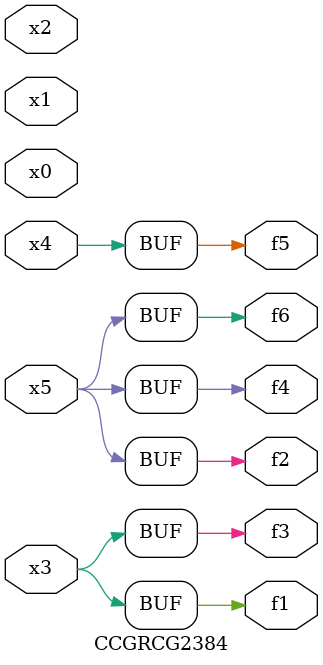
<source format=v>
module CCGRCG2384(
	input x0, x1, x2, x3, x4, x5,
	output f1, f2, f3, f4, f5, f6
);
	assign f1 = x3;
	assign f2 = x5;
	assign f3 = x3;
	assign f4 = x5;
	assign f5 = x4;
	assign f6 = x5;
endmodule

</source>
